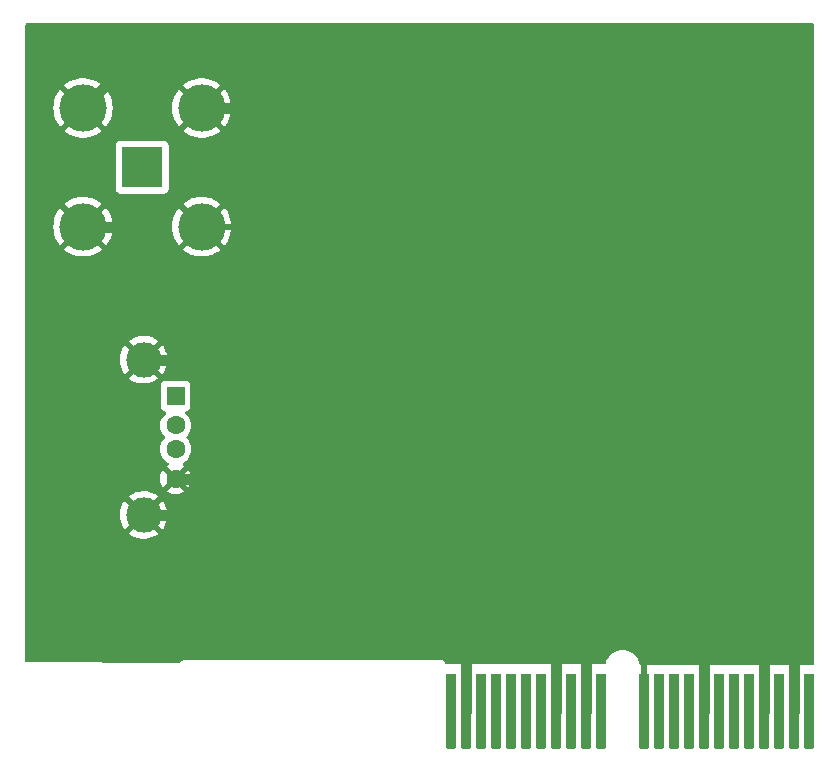
<source format=gbr>
%TF.GenerationSoftware,KiCad,Pcbnew,(6.0.1)*%
%TF.CreationDate,2022-07-03T15:54:48+02:00*%
%TF.ProjectId,amr_audio_card,616d725f-6175-4646-996f-5f636172642e,rev?*%
%TF.SameCoordinates,Original*%
%TF.FileFunction,Copper,L2,Bot*%
%TF.FilePolarity,Positive*%
%FSLAX46Y46*%
G04 Gerber Fmt 4.6, Leading zero omitted, Abs format (unit mm)*
G04 Created by KiCad (PCBNEW (6.0.1)) date 2022-07-03 15:54:48*
%MOMM*%
%LPD*%
G01*
G04 APERTURE LIST*
G04 Aperture macros list*
%AMOutline5P*
0 Free polygon, 5 corners , with rotation*
0 The origin of the aperture is its center*
0 number of corners: always 5*
0 $1 to $10 corner X, Y*
0 $11 Rotation angle, in degrees counterclockwise*
0 create outline with 5 corners*
4,1,5,$1,$2,$3,$4,$5,$6,$7,$8,$9,$10,$1,$2,$11*%
%AMOutline6P*
0 Free polygon, 6 corners , with rotation*
0 The origin of the aperture is its center*
0 number of corners: always 6*
0 $1 to $12 corner X, Y*
0 $13 Rotation angle, in degrees counterclockwise*
0 create outline with 6 corners*
4,1,6,$1,$2,$3,$4,$5,$6,$7,$8,$9,$10,$11,$12,$1,$2,$13*%
%AMOutline7P*
0 Free polygon, 7 corners , with rotation*
0 The origin of the aperture is its center*
0 number of corners: always 7*
0 $1 to $14 corner X, Y*
0 $15 Rotation angle, in degrees counterclockwise*
0 create outline with 7 corners*
4,1,7,$1,$2,$3,$4,$5,$6,$7,$8,$9,$10,$11,$12,$13,$14,$1,$2,$15*%
%AMOutline8P*
0 Free polygon, 8 corners , with rotation*
0 The origin of the aperture is its center*
0 number of corners: always 8*
0 $1 to $16 corner X, Y*
0 $17 Rotation angle, in degrees counterclockwise*
0 create outline with 8 corners*
4,1,8,$1,$2,$3,$4,$5,$6,$7,$8,$9,$10,$11,$12,$13,$14,$15,$16,$1,$2,$17*%
G04 Aperture macros list end*
%TA.AperFunction,ComponentPad*%
%ADD10R,1.500000X1.600000*%
%TD*%
%TA.AperFunction,ComponentPad*%
%ADD11C,1.600000*%
%TD*%
%TA.AperFunction,ComponentPad*%
%ADD12C,3.000000*%
%TD*%
%TA.AperFunction,ConnectorPad*%
%ADD13Outline6P,-0.457200X3.175000X0.457200X3.175000X0.457200X-2.992120X0.274320X-3.175000X-0.274320X-3.175000X-0.457200X-2.992120X0.000000*%
%TD*%
%TA.AperFunction,ComponentPad*%
%ADD14R,3.500000X3.500000*%
%TD*%
%TA.AperFunction,ComponentPad*%
%ADD15C,4.000000*%
%TD*%
%TA.AperFunction,Conductor*%
%ADD16C,0.900000*%
%TD*%
%TA.AperFunction,Conductor*%
%ADD17C,0.250000*%
%TD*%
%TA.AperFunction,Conductor*%
%ADD18C,0.500000*%
%TD*%
G04 APERTURE END LIST*
D10*
%TO.P,J2,1,VBUS*%
%TO.N,Net-(J2-Pad1)*%
X106960000Y-131120000D03*
D11*
%TO.P,J2,2,D-*%
%TO.N,Net-(J2-Pad2)*%
X106960000Y-133620000D03*
%TO.P,J2,3,D+*%
%TO.N,Net-(J2-Pad3)*%
X106960000Y-135620000D03*
%TO.P,J2,4,GND*%
%TO.N,GND*%
X106960000Y-138120000D03*
D12*
%TO.P,J2,5,Shield*%
X104250000Y-128050000D03*
X104250000Y-141190000D03*
%TD*%
D13*
%TO.P,U1,B1,AUDIO_MUTE#*%
%TO.N,unconnected-(U1-PadB1)*%
X130250000Y-157895000D03*
%TO.P,U1,B2,GND*%
%TO.N,GND*%
X131520000Y-157895000D03*
%TO.P,U1,B3,MONO_OUT/PC_BEEP*%
%TO.N,unconnected-(U1-PadB3)*%
X132790000Y-157895000D03*
%TO.P,U1,B4,RESERVED*%
%TO.N,unconnected-(U1-PadB4)*%
X134060000Y-157895000D03*
%TO.P,U1,B5,RESERVED*%
%TO.N,unconnected-(U1-PadB5)*%
X135330000Y-157895000D03*
%TO.P,U1,B6,PRIMARY_DN#*%
%TO.N,unconnected-(U1-PadB6)*%
X136600000Y-157895000D03*
%TO.P,U1,B7,-12V*%
%TO.N,unconnected-(U1-PadB7)*%
X137870000Y-157895000D03*
%TO.P,U1,B8,GND*%
%TO.N,GND*%
X139140000Y-157895000D03*
%TO.P,U1,B9,+12V*%
%TO.N,unconnected-(U1-PadB9)*%
X140410000Y-157895000D03*
%TO.P,U1,B10,GND*%
%TO.N,GND*%
X141680000Y-157895000D03*
%TO.P,U1,B11,+5VD*%
%TO.N,unconnected-(U1-PadB11)*%
X142950000Y-157895000D03*
%TO.P,U1,B12,GND*%
%TO.N,GND*%
X146633000Y-157895000D03*
%TO.P,U1,B13,RESERVED*%
%TO.N,unconnected-(U1-PadB13)*%
X147903000Y-157895000D03*
%TO.P,U1,B14,RESERVED*%
%TO.N,unconnected-(U1-PadB14)*%
X149173000Y-157895000D03*
%TO.P,U1,B15,+3.3VD*%
%TO.N,unconnected-(U1-PadB15)*%
X150443000Y-157895000D03*
%TO.P,U1,B16,GND*%
%TO.N,GND*%
X151713000Y-157895000D03*
%TO.P,U1,B17,AC97_SDATA_OUT*%
%TO.N,unconnected-(U1-PadB17)*%
X152983000Y-157895000D03*
%TO.P,U1,B18,AC97_RESET#*%
%TO.N,unconnected-(U1-PadB18)*%
X154253000Y-157895000D03*
%TO.P,U1,B19,AC97_SDATA_IN3*%
%TO.N,unconnected-(U1-PadB19)*%
X155523000Y-157895000D03*
%TO.P,U1,B20,GND*%
%TO.N,GND*%
X156793000Y-157895000D03*
%TO.P,U1,B21,AC97_SDATA_IN2*%
%TO.N,unconnected-(U1-PadB21)*%
X158063000Y-157895000D03*
%TO.P,U1,B22,GND*%
%TO.N,GND*%
X159333000Y-157895000D03*
%TO.P,U1,B23,AC97_MSTRCLK*%
%TO.N,unconnected-(U1-PadB23)*%
X160603000Y-157895000D03*
%TD*%
D14*
%TO.P,J1,1,In*%
%TO.N,Net-(J1-Pad1)*%
X104140000Y-111760000D03*
D15*
%TO.P,J1,2,Ext*%
%TO.N,GND*%
X99115000Y-106735000D03*
X109165000Y-116785000D03*
X109165000Y-106735000D03*
X99115000Y-116785000D03*
%TD*%
D16*
%TO.N,GND*%
X146633000Y-142569000D02*
X142184000Y-138120000D01*
X131520000Y-157895000D02*
X131520000Y-148284000D01*
X124426000Y-141190000D02*
X104250000Y-141190000D01*
D17*
X146050000Y-106680000D02*
X145995000Y-106735000D01*
D16*
X107442000Y-113792000D02*
X131064000Y-113792000D01*
X159333000Y-111835000D02*
X159333000Y-157895000D01*
X145995000Y-106735000D02*
X109165000Y-106735000D01*
X156793000Y-157895000D02*
X156793000Y-117423000D01*
X131064000Y-113792000D02*
X151713000Y-134441000D01*
X141680000Y-157895000D02*
X141680000Y-135076000D01*
D18*
X123389000Y-116785000D02*
X109165000Y-116785000D01*
D16*
X99115000Y-106735000D02*
X104504000Y-101346000D01*
X99115000Y-116785000D02*
X104449000Y-116785000D01*
X104449000Y-116785000D02*
X107442000Y-113792000D01*
X139140000Y-140664000D02*
X139140000Y-157895000D01*
X141680000Y-135076000D02*
X123389000Y-116785000D01*
X148844000Y-101346000D02*
X159333000Y-111835000D01*
X156793000Y-117423000D02*
X146050000Y-106680000D01*
D18*
X146633000Y-157895000D02*
X146633000Y-142569000D01*
D16*
X142184000Y-138120000D02*
X106960000Y-138120000D01*
X151713000Y-134441000D02*
X151713000Y-157895000D01*
X131520000Y-148284000D02*
X124426000Y-141190000D01*
X126526000Y-128050000D02*
X139140000Y-140664000D01*
X104250000Y-128050000D02*
X126526000Y-128050000D01*
X104504000Y-101346000D02*
X148844000Y-101346000D01*
%TD*%
%TA.AperFunction,Conductor*%
%TO.N,GND*%
G36*
X160978121Y-99588002D02*
G01*
X161024614Y-99641658D01*
X161036000Y-99694000D01*
X161036000Y-153797520D01*
X161015998Y-153865641D01*
X160962342Y-153912134D01*
X160909521Y-153923519D01*
X158345818Y-153913771D01*
X146352994Y-153868172D01*
X146284952Y-153847911D01*
X146238663Y-153794079D01*
X146230956Y-153771587D01*
X146224028Y-153742727D01*
X146197513Y-153632285D01*
X146192187Y-153619427D01*
X146111434Y-153424471D01*
X146111432Y-153424467D01*
X146109539Y-153419897D01*
X145989423Y-153223885D01*
X145986211Y-153220125D01*
X145986208Y-153220120D01*
X145843336Y-153052839D01*
X145840123Y-153049077D01*
X145824032Y-153035334D01*
X145669080Y-152902992D01*
X145669075Y-152902989D01*
X145665315Y-152899777D01*
X145469303Y-152779661D01*
X145464733Y-152777768D01*
X145464729Y-152777766D01*
X145261488Y-152693581D01*
X145261486Y-152693580D01*
X145256915Y-152691687D01*
X145179499Y-152673101D01*
X145038192Y-152639176D01*
X145038186Y-152639175D01*
X145033379Y-152638021D01*
X144804200Y-152619984D01*
X144575021Y-152638021D01*
X144570214Y-152639175D01*
X144570208Y-152639176D01*
X144428901Y-152673101D01*
X144351485Y-152691687D01*
X144346914Y-152693580D01*
X144346912Y-152693581D01*
X144143671Y-152777766D01*
X144143667Y-152777768D01*
X144139097Y-152779661D01*
X143943085Y-152899777D01*
X143939325Y-152902989D01*
X143939320Y-152902992D01*
X143784368Y-153035334D01*
X143768277Y-153049077D01*
X143765064Y-153052839D01*
X143622192Y-153220120D01*
X143622189Y-153220125D01*
X143618977Y-153223885D01*
X143498861Y-153419897D01*
X143496968Y-153424467D01*
X143496966Y-153424471D01*
X143416213Y-153619427D01*
X143410887Y-153632285D01*
X143400706Y-153674693D01*
X143380270Y-153759815D01*
X143344918Y-153821384D01*
X143281891Y-153854067D01*
X143257273Y-153856400D01*
X129883730Y-153805550D01*
X129815686Y-153785289D01*
X129777647Y-153746785D01*
X129762931Y-153723461D01*
X129754796Y-153708386D01*
X129742567Y-153681490D01*
X129725826Y-153662061D01*
X129714721Y-153647053D01*
X129705830Y-153632961D01*
X129701040Y-153625369D01*
X129678903Y-153605818D01*
X129666859Y-153593626D01*
X129653439Y-153578051D01*
X129653437Y-153578050D01*
X129647581Y-153571253D01*
X129640053Y-153566374D01*
X129640050Y-153566371D01*
X129626061Y-153557304D01*
X129611187Y-153546014D01*
X129598702Y-153534988D01*
X129591972Y-153529044D01*
X129583846Y-153525229D01*
X129583845Y-153525228D01*
X129578179Y-153522568D01*
X129565234Y-153516490D01*
X129550265Y-153508176D01*
X129525473Y-153492107D01*
X129500909Y-153484761D01*
X129483464Y-153478099D01*
X129479027Y-153476016D01*
X129460252Y-153467201D01*
X129431070Y-153462657D01*
X129414351Y-153458874D01*
X129394664Y-153452986D01*
X129394661Y-153452985D01*
X129386059Y-153450413D01*
X129377084Y-153450358D01*
X129377083Y-153450358D01*
X129370390Y-153450317D01*
X129351644Y-153450203D01*
X129350872Y-153450170D01*
X129349777Y-153450000D01*
X129318902Y-153450000D01*
X129318132Y-153449998D01*
X129244484Y-153449548D01*
X129244483Y-153449548D01*
X129240548Y-153449524D01*
X129239204Y-153449908D01*
X129237859Y-153450000D01*
X107805102Y-153450000D01*
X107804332Y-153449998D01*
X107803478Y-153449993D01*
X107726748Y-153449524D01*
X107718119Y-153451990D01*
X107718114Y-153451991D01*
X107698352Y-153457639D01*
X107681591Y-153461217D01*
X107661248Y-153464130D01*
X107661238Y-153464133D01*
X107652355Y-153465405D01*
X107629005Y-153476021D01*
X107611493Y-153482464D01*
X107603457Y-153484761D01*
X107586835Y-153489512D01*
X107561852Y-153505274D01*
X107546786Y-153513404D01*
X107519890Y-153525633D01*
X107500461Y-153542374D01*
X107485453Y-153553479D01*
X107463769Y-153567160D01*
X107457827Y-153573888D01*
X107444219Y-153589296D01*
X107432027Y-153601340D01*
X107409653Y-153620619D01*
X107404774Y-153628147D01*
X107404771Y-153628150D01*
X107395704Y-153642139D01*
X107384414Y-153657013D01*
X107367445Y-153676227D01*
X107364752Y-153673849D01*
X107323695Y-153708709D01*
X107272028Y-153719574D01*
X94359521Y-153670477D01*
X94291477Y-153650216D01*
X94245188Y-153596384D01*
X94234000Y-153544478D01*
X94234000Y-142779654D01*
X103025618Y-142779654D01*
X103032673Y-142789627D01*
X103063679Y-142815551D01*
X103070598Y-142820579D01*
X103295272Y-142961515D01*
X103302807Y-142965556D01*
X103544520Y-143074694D01*
X103552551Y-143077680D01*
X103806832Y-143153002D01*
X103815184Y-143154869D01*
X104077340Y-143194984D01*
X104085874Y-143195700D01*
X104351045Y-143199867D01*
X104359596Y-143199418D01*
X104622883Y-143167557D01*
X104631284Y-143165955D01*
X104887824Y-143098653D01*
X104895926Y-143095926D01*
X105140949Y-142994434D01*
X105148617Y-142990628D01*
X105377598Y-142856822D01*
X105384679Y-142852009D01*
X105464655Y-142789301D01*
X105473125Y-142777442D01*
X105466608Y-142765818D01*
X104262812Y-141562022D01*
X104248868Y-141554408D01*
X104247035Y-141554539D01*
X104240420Y-141558790D01*
X103032910Y-142766300D01*
X103025618Y-142779654D01*
X94234000Y-142779654D01*
X94234000Y-141173204D01*
X102237665Y-141173204D01*
X102252932Y-141437969D01*
X102254005Y-141446470D01*
X102305065Y-141706722D01*
X102307276Y-141714974D01*
X102393184Y-141965894D01*
X102396499Y-141973779D01*
X102515664Y-142210713D01*
X102520020Y-142218079D01*
X102649347Y-142406250D01*
X102659601Y-142414594D01*
X102673342Y-142407448D01*
X103877978Y-141202812D01*
X103884356Y-141191132D01*
X104614408Y-141191132D01*
X104614539Y-141192965D01*
X104618790Y-141199580D01*
X105825730Y-142406520D01*
X105837939Y-142413187D01*
X105849439Y-142404497D01*
X105946831Y-142271913D01*
X105951418Y-142264685D01*
X106077962Y-142031621D01*
X106081530Y-142023827D01*
X106175271Y-141775750D01*
X106177748Y-141767544D01*
X106236954Y-141509038D01*
X106238294Y-141500577D01*
X106262031Y-141234616D01*
X106262277Y-141229677D01*
X106262666Y-141192485D01*
X106262523Y-141187519D01*
X106244362Y-140921123D01*
X106243201Y-140912649D01*
X106189419Y-140652944D01*
X106187120Y-140644709D01*
X106098588Y-140394705D01*
X106095191Y-140386854D01*
X105973550Y-140151178D01*
X105969122Y-140143866D01*
X105850031Y-139974417D01*
X105839509Y-139966037D01*
X105826121Y-139973089D01*
X104622022Y-141177188D01*
X104614408Y-141191132D01*
X103884356Y-141191132D01*
X103885592Y-141188868D01*
X103885461Y-141187035D01*
X103881210Y-141180420D01*
X102673814Y-139973024D01*
X102661804Y-139966466D01*
X102650064Y-139975434D01*
X102541935Y-140125911D01*
X102537418Y-140133196D01*
X102413325Y-140367567D01*
X102409839Y-140375395D01*
X102318700Y-140624446D01*
X102316311Y-140632670D01*
X102259812Y-140891795D01*
X102258563Y-140900250D01*
X102237754Y-141164653D01*
X102237665Y-141173204D01*
X94234000Y-141173204D01*
X94234000Y-139602500D01*
X103026584Y-139602500D01*
X103032980Y-139613770D01*
X104237188Y-140817978D01*
X104251132Y-140825592D01*
X104252965Y-140825461D01*
X104259580Y-140821210D01*
X105466604Y-139614186D01*
X105473795Y-139601017D01*
X105466473Y-139590780D01*
X105419233Y-139552115D01*
X105412261Y-139547160D01*
X105186122Y-139408582D01*
X105178552Y-139404624D01*
X104935704Y-139298022D01*
X104927644Y-139295120D01*
X104672592Y-139222467D01*
X104664214Y-139220685D01*
X104561466Y-139206062D01*
X106238493Y-139206062D01*
X106247789Y-139218077D01*
X106298994Y-139253931D01*
X106308489Y-139259414D01*
X106505947Y-139351490D01*
X106516239Y-139355236D01*
X106726688Y-139411625D01*
X106737481Y-139413528D01*
X106954525Y-139432517D01*
X106965475Y-139432517D01*
X107182519Y-139413528D01*
X107193312Y-139411625D01*
X107403761Y-139355236D01*
X107414053Y-139351490D01*
X107611511Y-139259414D01*
X107621006Y-139253931D01*
X107673048Y-139217491D01*
X107681424Y-139207012D01*
X107674356Y-139193566D01*
X106972812Y-138492022D01*
X106958868Y-138484408D01*
X106957035Y-138484539D01*
X106950420Y-138488790D01*
X106244923Y-139194287D01*
X106238493Y-139206062D01*
X104561466Y-139206062D01*
X104401656Y-139183318D01*
X104393111Y-139182691D01*
X104127908Y-139181302D01*
X104119374Y-139181839D01*
X103856433Y-139216456D01*
X103848035Y-139218149D01*
X103592238Y-139288127D01*
X103584143Y-139290946D01*
X103340199Y-139394997D01*
X103332577Y-139398881D01*
X103105013Y-139535075D01*
X103097981Y-139539962D01*
X103035053Y-139590377D01*
X103026584Y-139602500D01*
X94234000Y-139602500D01*
X94234000Y-138125475D01*
X105647483Y-138125475D01*
X105666472Y-138342519D01*
X105668375Y-138353312D01*
X105724764Y-138563761D01*
X105728510Y-138574053D01*
X105820586Y-138771511D01*
X105826069Y-138781006D01*
X105862509Y-138833048D01*
X105872988Y-138841424D01*
X105886434Y-138834356D01*
X106587978Y-138132812D01*
X106594356Y-138121132D01*
X107324408Y-138121132D01*
X107324539Y-138122965D01*
X107328790Y-138129580D01*
X108034287Y-138835077D01*
X108046062Y-138841507D01*
X108058077Y-138832211D01*
X108093931Y-138781006D01*
X108099414Y-138771511D01*
X108191490Y-138574053D01*
X108195236Y-138563761D01*
X108251625Y-138353312D01*
X108253528Y-138342519D01*
X108272517Y-138125475D01*
X108272517Y-138114525D01*
X108253528Y-137897481D01*
X108251625Y-137886688D01*
X108195236Y-137676239D01*
X108191490Y-137665947D01*
X108099414Y-137468489D01*
X108093931Y-137458994D01*
X108057491Y-137406952D01*
X108047012Y-137398576D01*
X108033566Y-137405644D01*
X107332022Y-138107188D01*
X107324408Y-138121132D01*
X106594356Y-138121132D01*
X106595592Y-138118868D01*
X106595461Y-138117035D01*
X106591210Y-138110420D01*
X105885713Y-137404923D01*
X105873938Y-137398493D01*
X105861923Y-137407789D01*
X105826069Y-137458994D01*
X105820586Y-137468489D01*
X105728510Y-137665947D01*
X105724764Y-137676239D01*
X105668375Y-137886688D01*
X105666472Y-137897481D01*
X105647483Y-138114525D01*
X105647483Y-138125475D01*
X94234000Y-138125475D01*
X94234000Y-135620000D01*
X105646502Y-135620000D01*
X105666457Y-135848087D01*
X105725716Y-136069243D01*
X105728039Y-136074224D01*
X105728039Y-136074225D01*
X105820151Y-136271762D01*
X105820154Y-136271767D01*
X105822477Y-136276749D01*
X105953802Y-136464300D01*
X106115700Y-136626198D01*
X106120208Y-136629355D01*
X106120211Y-136629357D01*
X106223876Y-136701944D01*
X106303251Y-136757523D01*
X106308235Y-136759847D01*
X106310528Y-136761171D01*
X106359521Y-136812553D01*
X106372957Y-136882267D01*
X106346571Y-136948178D01*
X106310528Y-136979409D01*
X106298998Y-136986066D01*
X106246952Y-137022509D01*
X106238576Y-137032988D01*
X106245644Y-137046434D01*
X106947188Y-137747978D01*
X106961132Y-137755592D01*
X106962965Y-137755461D01*
X106969580Y-137751210D01*
X107675077Y-137045713D01*
X107681507Y-137033938D01*
X107672211Y-137021923D01*
X107621002Y-136986066D01*
X107609472Y-136979409D01*
X107560479Y-136928027D01*
X107547042Y-136858313D01*
X107573429Y-136792402D01*
X107609472Y-136761171D01*
X107611765Y-136759847D01*
X107616749Y-136757523D01*
X107696124Y-136701944D01*
X107799789Y-136629357D01*
X107799792Y-136629355D01*
X107804300Y-136626198D01*
X107966198Y-136464300D01*
X108097523Y-136276749D01*
X108099846Y-136271767D01*
X108099849Y-136271762D01*
X108191961Y-136074225D01*
X108191961Y-136074224D01*
X108194284Y-136069243D01*
X108253543Y-135848087D01*
X108273498Y-135620000D01*
X108253543Y-135391913D01*
X108194284Y-135170757D01*
X108191961Y-135165775D01*
X108099849Y-134968238D01*
X108099846Y-134968233D01*
X108097523Y-134963251D01*
X107966198Y-134775700D01*
X107899593Y-134709095D01*
X107865567Y-134646783D01*
X107870632Y-134575968D01*
X107899593Y-134530905D01*
X107966198Y-134464300D01*
X108097523Y-134276749D01*
X108099846Y-134271767D01*
X108099849Y-134271762D01*
X108191961Y-134074225D01*
X108191961Y-134074224D01*
X108194284Y-134069243D01*
X108253543Y-133848087D01*
X108273498Y-133620000D01*
X108253543Y-133391913D01*
X108194284Y-133170757D01*
X108191961Y-133165775D01*
X108099849Y-132968238D01*
X108099846Y-132968233D01*
X108097523Y-132963251D01*
X107966198Y-132775700D01*
X107807358Y-132616860D01*
X107773332Y-132554548D01*
X107778397Y-132483733D01*
X107820944Y-132426897D01*
X107852223Y-132409784D01*
X107898638Y-132392383D01*
X107948295Y-132373768D01*
X107948296Y-132373767D01*
X107956705Y-132370615D01*
X108073261Y-132283261D01*
X108160615Y-132166705D01*
X108211745Y-132030316D01*
X108218500Y-131968134D01*
X108218500Y-130271866D01*
X108211745Y-130209684D01*
X108160615Y-130073295D01*
X108073261Y-129956739D01*
X107956705Y-129869385D01*
X107820316Y-129818255D01*
X107758134Y-129811500D01*
X106161866Y-129811500D01*
X106099684Y-129818255D01*
X105963295Y-129869385D01*
X105846739Y-129956739D01*
X105759385Y-130073295D01*
X105708255Y-130209684D01*
X105701500Y-130271866D01*
X105701500Y-131968134D01*
X105708255Y-132030316D01*
X105759385Y-132166705D01*
X105846739Y-132283261D01*
X105963295Y-132370615D01*
X105971704Y-132373767D01*
X105971705Y-132373768D01*
X106021362Y-132392383D01*
X106067777Y-132409783D01*
X106124541Y-132452424D01*
X106149241Y-132518985D01*
X106134034Y-132588334D01*
X106112642Y-132616860D01*
X105953802Y-132775700D01*
X105822477Y-132963251D01*
X105820154Y-132968233D01*
X105820151Y-132968238D01*
X105728039Y-133165775D01*
X105725716Y-133170757D01*
X105666457Y-133391913D01*
X105646502Y-133620000D01*
X105666457Y-133848087D01*
X105725716Y-134069243D01*
X105728039Y-134074224D01*
X105728039Y-134074225D01*
X105820151Y-134271762D01*
X105820154Y-134271767D01*
X105822477Y-134276749D01*
X105953802Y-134464300D01*
X106020407Y-134530905D01*
X106054433Y-134593217D01*
X106049368Y-134664032D01*
X106020407Y-134709095D01*
X105953802Y-134775700D01*
X105822477Y-134963251D01*
X105820154Y-134968233D01*
X105820151Y-134968238D01*
X105728039Y-135165775D01*
X105725716Y-135170757D01*
X105666457Y-135391913D01*
X105646502Y-135620000D01*
X94234000Y-135620000D01*
X94234000Y-129639654D01*
X103025618Y-129639654D01*
X103032673Y-129649627D01*
X103063679Y-129675551D01*
X103070598Y-129680579D01*
X103295272Y-129821515D01*
X103302807Y-129825556D01*
X103544520Y-129934694D01*
X103552551Y-129937680D01*
X103806832Y-130013002D01*
X103815184Y-130014869D01*
X104077340Y-130054984D01*
X104085874Y-130055700D01*
X104351045Y-130059867D01*
X104359596Y-130059418D01*
X104622883Y-130027557D01*
X104631284Y-130025955D01*
X104887824Y-129958653D01*
X104895926Y-129955926D01*
X105140949Y-129854434D01*
X105148617Y-129850628D01*
X105377598Y-129716822D01*
X105384679Y-129712009D01*
X105464655Y-129649301D01*
X105473125Y-129637442D01*
X105466608Y-129625818D01*
X104262812Y-128422022D01*
X104248868Y-128414408D01*
X104247035Y-128414539D01*
X104240420Y-128418790D01*
X103032910Y-129626300D01*
X103025618Y-129639654D01*
X94234000Y-129639654D01*
X94234000Y-128033204D01*
X102237665Y-128033204D01*
X102252932Y-128297969D01*
X102254005Y-128306470D01*
X102305065Y-128566722D01*
X102307276Y-128574974D01*
X102393184Y-128825894D01*
X102396499Y-128833779D01*
X102515664Y-129070713D01*
X102520020Y-129078079D01*
X102649347Y-129266250D01*
X102659601Y-129274594D01*
X102673342Y-129267448D01*
X103877978Y-128062812D01*
X103884356Y-128051132D01*
X104614408Y-128051132D01*
X104614539Y-128052965D01*
X104618790Y-128059580D01*
X105825730Y-129266520D01*
X105837939Y-129273187D01*
X105849439Y-129264497D01*
X105946831Y-129131913D01*
X105951418Y-129124685D01*
X106077962Y-128891621D01*
X106081530Y-128883827D01*
X106175271Y-128635750D01*
X106177748Y-128627544D01*
X106236954Y-128369038D01*
X106238294Y-128360577D01*
X106262031Y-128094616D01*
X106262277Y-128089677D01*
X106262666Y-128052485D01*
X106262523Y-128047519D01*
X106244362Y-127781123D01*
X106243201Y-127772649D01*
X106189419Y-127512944D01*
X106187120Y-127504709D01*
X106098588Y-127254705D01*
X106095191Y-127246854D01*
X105973550Y-127011178D01*
X105969122Y-127003866D01*
X105850031Y-126834417D01*
X105839509Y-126826037D01*
X105826121Y-126833089D01*
X104622022Y-128037188D01*
X104614408Y-128051132D01*
X103884356Y-128051132D01*
X103885592Y-128048868D01*
X103885461Y-128047035D01*
X103881210Y-128040420D01*
X102673814Y-126833024D01*
X102661804Y-126826466D01*
X102650064Y-126835434D01*
X102541935Y-126985911D01*
X102537418Y-126993196D01*
X102413325Y-127227567D01*
X102409839Y-127235395D01*
X102318700Y-127484446D01*
X102316311Y-127492670D01*
X102259812Y-127751795D01*
X102258563Y-127760250D01*
X102237754Y-128024653D01*
X102237665Y-128033204D01*
X94234000Y-128033204D01*
X94234000Y-126462500D01*
X103026584Y-126462500D01*
X103032980Y-126473770D01*
X104237188Y-127677978D01*
X104251132Y-127685592D01*
X104252965Y-127685461D01*
X104259580Y-127681210D01*
X105466604Y-126474186D01*
X105473795Y-126461017D01*
X105466473Y-126450780D01*
X105419233Y-126412115D01*
X105412261Y-126407160D01*
X105186122Y-126268582D01*
X105178552Y-126264624D01*
X104935704Y-126158022D01*
X104927644Y-126155120D01*
X104672592Y-126082467D01*
X104664214Y-126080685D01*
X104401656Y-126043318D01*
X104393111Y-126042691D01*
X104127908Y-126041302D01*
X104119374Y-126041839D01*
X103856433Y-126076456D01*
X103848035Y-126078149D01*
X103592238Y-126148127D01*
X103584143Y-126150946D01*
X103340199Y-126254997D01*
X103332577Y-126258881D01*
X103105013Y-126395075D01*
X103097981Y-126399962D01*
X103035053Y-126450377D01*
X103026584Y-126462500D01*
X94234000Y-126462500D01*
X94234000Y-118730987D01*
X97533721Y-118730987D01*
X97542548Y-118742605D01*
X97765281Y-118904430D01*
X97771961Y-118908670D01*
X98041572Y-119056890D01*
X98048707Y-119060247D01*
X98334770Y-119173508D01*
X98342296Y-119175953D01*
X98640279Y-119252462D01*
X98648050Y-119253945D01*
X98953278Y-119292503D01*
X98961169Y-119293000D01*
X99268831Y-119293000D01*
X99276722Y-119292503D01*
X99581950Y-119253945D01*
X99589721Y-119252462D01*
X99887704Y-119175953D01*
X99895230Y-119173508D01*
X100181293Y-119060247D01*
X100188428Y-119056890D01*
X100458039Y-118908670D01*
X100464719Y-118904430D01*
X100687823Y-118742336D01*
X100696246Y-118731413D01*
X100696017Y-118730987D01*
X107583721Y-118730987D01*
X107592548Y-118742605D01*
X107815281Y-118904430D01*
X107821961Y-118908670D01*
X108091572Y-119056890D01*
X108098707Y-119060247D01*
X108384770Y-119173508D01*
X108392296Y-119175953D01*
X108690279Y-119252462D01*
X108698050Y-119253945D01*
X109003278Y-119292503D01*
X109011169Y-119293000D01*
X109318831Y-119293000D01*
X109326722Y-119292503D01*
X109631950Y-119253945D01*
X109639721Y-119252462D01*
X109937704Y-119175953D01*
X109945230Y-119173508D01*
X110231293Y-119060247D01*
X110238428Y-119056890D01*
X110508039Y-118908670D01*
X110514719Y-118904430D01*
X110737823Y-118742336D01*
X110746246Y-118731413D01*
X110739342Y-118718552D01*
X109177812Y-117157022D01*
X109163868Y-117149408D01*
X109162035Y-117149539D01*
X109155420Y-117153790D01*
X107590334Y-118718876D01*
X107583721Y-118730987D01*
X100696017Y-118730987D01*
X100689342Y-118718552D01*
X99127812Y-117157022D01*
X99113868Y-117149408D01*
X99112035Y-117149539D01*
X99105420Y-117153790D01*
X97540334Y-118718876D01*
X97533721Y-118730987D01*
X94234000Y-118730987D01*
X94234000Y-116788958D01*
X96602290Y-116788958D01*
X96621607Y-117095994D01*
X96622600Y-117103855D01*
X96680246Y-117406046D01*
X96682217Y-117413723D01*
X96777284Y-117706309D01*
X96780199Y-117713672D01*
X96911189Y-117992041D01*
X96915001Y-117998974D01*
X97079851Y-118258736D01*
X97084495Y-118265129D01*
X97159497Y-118355790D01*
X97172014Y-118364245D01*
X97182752Y-118358038D01*
X98742978Y-116797812D01*
X98749356Y-116786132D01*
X99479408Y-116786132D01*
X99479539Y-116787965D01*
X99483790Y-116794580D01*
X101046145Y-118356935D01*
X101059407Y-118364177D01*
X101069512Y-118356988D01*
X101145505Y-118265129D01*
X101150149Y-118258736D01*
X101314999Y-117998974D01*
X101318811Y-117992041D01*
X101449801Y-117713672D01*
X101452716Y-117706309D01*
X101547783Y-117413723D01*
X101549754Y-117406046D01*
X101607400Y-117103855D01*
X101608393Y-117095994D01*
X101627710Y-116788958D01*
X106652290Y-116788958D01*
X106671607Y-117095994D01*
X106672600Y-117103855D01*
X106730246Y-117406046D01*
X106732217Y-117413723D01*
X106827284Y-117706309D01*
X106830199Y-117713672D01*
X106961189Y-117992041D01*
X106965001Y-117998974D01*
X107129851Y-118258736D01*
X107134495Y-118265129D01*
X107209497Y-118355790D01*
X107222014Y-118364245D01*
X107232752Y-118358038D01*
X108792978Y-116797812D01*
X108799356Y-116786132D01*
X109529408Y-116786132D01*
X109529539Y-116787965D01*
X109533790Y-116794580D01*
X111096145Y-118356935D01*
X111109407Y-118364177D01*
X111119512Y-118356988D01*
X111195505Y-118265129D01*
X111200149Y-118258736D01*
X111364999Y-117998974D01*
X111368811Y-117992041D01*
X111499801Y-117713672D01*
X111502716Y-117706309D01*
X111597783Y-117413723D01*
X111599754Y-117406046D01*
X111657400Y-117103855D01*
X111658393Y-117095994D01*
X111677710Y-116788958D01*
X111677710Y-116781042D01*
X111658393Y-116474006D01*
X111657400Y-116466145D01*
X111599754Y-116163954D01*
X111597783Y-116156277D01*
X111502716Y-115863691D01*
X111499801Y-115856328D01*
X111368811Y-115577959D01*
X111364999Y-115571026D01*
X111200149Y-115311264D01*
X111195505Y-115304871D01*
X111120503Y-115214210D01*
X111107986Y-115205755D01*
X111097248Y-115211962D01*
X109537022Y-116772188D01*
X109529408Y-116786132D01*
X108799356Y-116786132D01*
X108800592Y-116783868D01*
X108800461Y-116782035D01*
X108796210Y-116775420D01*
X107233855Y-115213065D01*
X107220593Y-115205823D01*
X107210488Y-115213012D01*
X107134495Y-115304871D01*
X107129851Y-115311264D01*
X106965001Y-115571026D01*
X106961189Y-115577959D01*
X106830199Y-115856328D01*
X106827284Y-115863691D01*
X106732217Y-116156277D01*
X106730246Y-116163954D01*
X106672600Y-116466145D01*
X106671607Y-116474006D01*
X106652290Y-116781042D01*
X106652290Y-116788958D01*
X101627710Y-116788958D01*
X101627710Y-116781042D01*
X101608393Y-116474006D01*
X101607400Y-116466145D01*
X101549754Y-116163954D01*
X101547783Y-116156277D01*
X101452716Y-115863691D01*
X101449801Y-115856328D01*
X101318811Y-115577959D01*
X101314999Y-115571026D01*
X101150149Y-115311264D01*
X101145505Y-115304871D01*
X101070503Y-115214210D01*
X101057986Y-115205755D01*
X101047248Y-115211962D01*
X99487022Y-116772188D01*
X99479408Y-116786132D01*
X98749356Y-116786132D01*
X98750592Y-116783868D01*
X98750461Y-116782035D01*
X98746210Y-116775420D01*
X97183855Y-115213065D01*
X97170593Y-115205823D01*
X97160488Y-115213012D01*
X97084495Y-115304871D01*
X97079851Y-115311264D01*
X96915001Y-115571026D01*
X96911189Y-115577959D01*
X96780199Y-115856328D01*
X96777284Y-115863691D01*
X96682217Y-116156277D01*
X96680246Y-116163954D01*
X96622600Y-116466145D01*
X96621607Y-116474006D01*
X96602290Y-116781042D01*
X96602290Y-116788958D01*
X94234000Y-116788958D01*
X94234000Y-114838587D01*
X97533754Y-114838587D01*
X97540658Y-114851448D01*
X99102188Y-116412978D01*
X99116132Y-116420592D01*
X99117965Y-116420461D01*
X99124580Y-116416210D01*
X100689666Y-114851124D01*
X100696279Y-114839013D01*
X100695955Y-114838587D01*
X107583754Y-114838587D01*
X107590658Y-114851448D01*
X109152188Y-116412978D01*
X109166132Y-116420592D01*
X109167965Y-116420461D01*
X109174580Y-116416210D01*
X110739666Y-114851124D01*
X110746279Y-114839013D01*
X110737452Y-114827395D01*
X110514719Y-114665570D01*
X110508039Y-114661330D01*
X110238428Y-114513110D01*
X110231293Y-114509753D01*
X109945230Y-114396492D01*
X109937704Y-114394047D01*
X109639721Y-114317538D01*
X109631950Y-114316055D01*
X109326722Y-114277497D01*
X109318831Y-114277000D01*
X109011169Y-114277000D01*
X109003278Y-114277497D01*
X108698050Y-114316055D01*
X108690279Y-114317538D01*
X108392296Y-114394047D01*
X108384770Y-114396492D01*
X108098707Y-114509753D01*
X108091572Y-114513110D01*
X107821961Y-114661330D01*
X107815281Y-114665570D01*
X107592177Y-114827664D01*
X107583754Y-114838587D01*
X100695955Y-114838587D01*
X100687452Y-114827395D01*
X100464719Y-114665570D01*
X100458039Y-114661330D01*
X100188428Y-114513110D01*
X100181293Y-114509753D01*
X99895230Y-114396492D01*
X99887704Y-114394047D01*
X99589721Y-114317538D01*
X99581950Y-114316055D01*
X99276722Y-114277497D01*
X99268831Y-114277000D01*
X98961169Y-114277000D01*
X98953278Y-114277497D01*
X98648050Y-114316055D01*
X98640279Y-114317538D01*
X98342296Y-114394047D01*
X98334770Y-114396492D01*
X98048707Y-114509753D01*
X98041572Y-114513110D01*
X97771961Y-114661330D01*
X97765281Y-114665570D01*
X97542177Y-114827664D01*
X97533754Y-114838587D01*
X94234000Y-114838587D01*
X94234000Y-113558134D01*
X101881500Y-113558134D01*
X101888255Y-113620316D01*
X101939385Y-113756705D01*
X102026739Y-113873261D01*
X102143295Y-113960615D01*
X102279684Y-114011745D01*
X102341866Y-114018500D01*
X105938134Y-114018500D01*
X106000316Y-114011745D01*
X106136705Y-113960615D01*
X106253261Y-113873261D01*
X106340615Y-113756705D01*
X106391745Y-113620316D01*
X106398500Y-113558134D01*
X106398500Y-109961866D01*
X106391745Y-109899684D01*
X106340615Y-109763295D01*
X106253261Y-109646739D01*
X106136705Y-109559385D01*
X106000316Y-109508255D01*
X105938134Y-109501500D01*
X102341866Y-109501500D01*
X102279684Y-109508255D01*
X102143295Y-109559385D01*
X102026739Y-109646739D01*
X101939385Y-109763295D01*
X101888255Y-109899684D01*
X101881500Y-109961866D01*
X101881500Y-113558134D01*
X94234000Y-113558134D01*
X94234000Y-108680987D01*
X97533721Y-108680987D01*
X97542548Y-108692605D01*
X97765281Y-108854430D01*
X97771961Y-108858670D01*
X98041572Y-109006890D01*
X98048707Y-109010247D01*
X98334770Y-109123508D01*
X98342296Y-109125953D01*
X98640279Y-109202462D01*
X98648050Y-109203945D01*
X98953278Y-109242503D01*
X98961169Y-109243000D01*
X99268831Y-109243000D01*
X99276722Y-109242503D01*
X99581950Y-109203945D01*
X99589721Y-109202462D01*
X99887704Y-109125953D01*
X99895230Y-109123508D01*
X100181293Y-109010247D01*
X100188428Y-109006890D01*
X100458039Y-108858670D01*
X100464719Y-108854430D01*
X100687823Y-108692336D01*
X100696246Y-108681413D01*
X100696017Y-108680987D01*
X107583721Y-108680987D01*
X107592548Y-108692605D01*
X107815281Y-108854430D01*
X107821961Y-108858670D01*
X108091572Y-109006890D01*
X108098707Y-109010247D01*
X108384770Y-109123508D01*
X108392296Y-109125953D01*
X108690279Y-109202462D01*
X108698050Y-109203945D01*
X109003278Y-109242503D01*
X109011169Y-109243000D01*
X109318831Y-109243000D01*
X109326722Y-109242503D01*
X109631950Y-109203945D01*
X109639721Y-109202462D01*
X109937704Y-109125953D01*
X109945230Y-109123508D01*
X110231293Y-109010247D01*
X110238428Y-109006890D01*
X110508039Y-108858670D01*
X110514719Y-108854430D01*
X110737823Y-108692336D01*
X110746246Y-108681413D01*
X110739342Y-108668552D01*
X109177812Y-107107022D01*
X109163868Y-107099408D01*
X109162035Y-107099539D01*
X109155420Y-107103790D01*
X107590334Y-108668876D01*
X107583721Y-108680987D01*
X100696017Y-108680987D01*
X100689342Y-108668552D01*
X99127812Y-107107022D01*
X99113868Y-107099408D01*
X99112035Y-107099539D01*
X99105420Y-107103790D01*
X97540334Y-108668876D01*
X97533721Y-108680987D01*
X94234000Y-108680987D01*
X94234000Y-106738958D01*
X96602290Y-106738958D01*
X96621607Y-107045994D01*
X96622600Y-107053855D01*
X96680246Y-107356046D01*
X96682217Y-107363723D01*
X96777284Y-107656309D01*
X96780199Y-107663672D01*
X96911189Y-107942041D01*
X96915001Y-107948974D01*
X97079851Y-108208736D01*
X97084495Y-108215129D01*
X97159497Y-108305790D01*
X97172014Y-108314245D01*
X97182752Y-108308038D01*
X98742978Y-106747812D01*
X98749356Y-106736132D01*
X99479408Y-106736132D01*
X99479539Y-106737965D01*
X99483790Y-106744580D01*
X101046145Y-108306935D01*
X101059407Y-108314177D01*
X101069512Y-108306988D01*
X101145505Y-108215129D01*
X101150149Y-108208736D01*
X101314999Y-107948974D01*
X101318811Y-107942041D01*
X101449801Y-107663672D01*
X101452716Y-107656309D01*
X101547783Y-107363723D01*
X101549754Y-107356046D01*
X101607400Y-107053855D01*
X101608393Y-107045994D01*
X101627710Y-106738958D01*
X106652290Y-106738958D01*
X106671607Y-107045994D01*
X106672600Y-107053855D01*
X106730246Y-107356046D01*
X106732217Y-107363723D01*
X106827284Y-107656309D01*
X106830199Y-107663672D01*
X106961189Y-107942041D01*
X106965001Y-107948974D01*
X107129851Y-108208736D01*
X107134495Y-108215129D01*
X107209497Y-108305790D01*
X107222014Y-108314245D01*
X107232752Y-108308038D01*
X108792978Y-106747812D01*
X108799356Y-106736132D01*
X109529408Y-106736132D01*
X109529539Y-106737965D01*
X109533790Y-106744580D01*
X111096145Y-108306935D01*
X111109407Y-108314177D01*
X111119512Y-108306988D01*
X111195505Y-108215129D01*
X111200149Y-108208736D01*
X111364999Y-107948974D01*
X111368811Y-107942041D01*
X111499801Y-107663672D01*
X111502716Y-107656309D01*
X111597783Y-107363723D01*
X111599754Y-107356046D01*
X111657400Y-107053855D01*
X111658393Y-107045994D01*
X111677710Y-106738958D01*
X111677710Y-106731042D01*
X111658393Y-106424006D01*
X111657400Y-106416145D01*
X111599754Y-106113954D01*
X111597783Y-106106277D01*
X111502716Y-105813691D01*
X111499801Y-105806328D01*
X111368811Y-105527959D01*
X111364999Y-105521026D01*
X111200149Y-105261264D01*
X111195505Y-105254871D01*
X111120503Y-105164210D01*
X111107986Y-105155755D01*
X111097248Y-105161962D01*
X109537022Y-106722188D01*
X109529408Y-106736132D01*
X108799356Y-106736132D01*
X108800592Y-106733868D01*
X108800461Y-106732035D01*
X108796210Y-106725420D01*
X107233855Y-105163065D01*
X107220593Y-105155823D01*
X107210488Y-105163012D01*
X107134495Y-105254871D01*
X107129851Y-105261264D01*
X106965001Y-105521026D01*
X106961189Y-105527959D01*
X106830199Y-105806328D01*
X106827284Y-105813691D01*
X106732217Y-106106277D01*
X106730246Y-106113954D01*
X106672600Y-106416145D01*
X106671607Y-106424006D01*
X106652290Y-106731042D01*
X106652290Y-106738958D01*
X101627710Y-106738958D01*
X101627710Y-106731042D01*
X101608393Y-106424006D01*
X101607400Y-106416145D01*
X101549754Y-106113954D01*
X101547783Y-106106277D01*
X101452716Y-105813691D01*
X101449801Y-105806328D01*
X101318811Y-105527959D01*
X101314999Y-105521026D01*
X101150149Y-105261264D01*
X101145505Y-105254871D01*
X101070503Y-105164210D01*
X101057986Y-105155755D01*
X101047248Y-105161962D01*
X99487022Y-106722188D01*
X99479408Y-106736132D01*
X98749356Y-106736132D01*
X98750592Y-106733868D01*
X98750461Y-106732035D01*
X98746210Y-106725420D01*
X97183855Y-105163065D01*
X97170593Y-105155823D01*
X97160488Y-105163012D01*
X97084495Y-105254871D01*
X97079851Y-105261264D01*
X96915001Y-105521026D01*
X96911189Y-105527959D01*
X96780199Y-105806328D01*
X96777284Y-105813691D01*
X96682217Y-106106277D01*
X96680246Y-106113954D01*
X96622600Y-106416145D01*
X96621607Y-106424006D01*
X96602290Y-106731042D01*
X96602290Y-106738958D01*
X94234000Y-106738958D01*
X94234000Y-104788587D01*
X97533754Y-104788587D01*
X97540658Y-104801448D01*
X99102188Y-106362978D01*
X99116132Y-106370592D01*
X99117965Y-106370461D01*
X99124580Y-106366210D01*
X100689666Y-104801124D01*
X100696279Y-104789013D01*
X100695955Y-104788587D01*
X107583754Y-104788587D01*
X107590658Y-104801448D01*
X109152188Y-106362978D01*
X109166132Y-106370592D01*
X109167965Y-106370461D01*
X109174580Y-106366210D01*
X110739666Y-104801124D01*
X110746279Y-104789013D01*
X110737452Y-104777395D01*
X110514719Y-104615570D01*
X110508039Y-104611330D01*
X110238428Y-104463110D01*
X110231293Y-104459753D01*
X109945230Y-104346492D01*
X109937704Y-104344047D01*
X109639721Y-104267538D01*
X109631950Y-104266055D01*
X109326722Y-104227497D01*
X109318831Y-104227000D01*
X109011169Y-104227000D01*
X109003278Y-104227497D01*
X108698050Y-104266055D01*
X108690279Y-104267538D01*
X108392296Y-104344047D01*
X108384770Y-104346492D01*
X108098707Y-104459753D01*
X108091572Y-104463110D01*
X107821961Y-104611330D01*
X107815281Y-104615570D01*
X107592177Y-104777664D01*
X107583754Y-104788587D01*
X100695955Y-104788587D01*
X100687452Y-104777395D01*
X100464719Y-104615570D01*
X100458039Y-104611330D01*
X100188428Y-104463110D01*
X100181293Y-104459753D01*
X99895230Y-104346492D01*
X99887704Y-104344047D01*
X99589721Y-104267538D01*
X99581950Y-104266055D01*
X99276722Y-104227497D01*
X99268831Y-104227000D01*
X98961169Y-104227000D01*
X98953278Y-104227497D01*
X98648050Y-104266055D01*
X98640279Y-104267538D01*
X98342296Y-104344047D01*
X98334770Y-104346492D01*
X98048707Y-104459753D01*
X98041572Y-104463110D01*
X97771961Y-104611330D01*
X97765281Y-104615570D01*
X97542177Y-104777664D01*
X97533754Y-104788587D01*
X94234000Y-104788587D01*
X94234000Y-99694000D01*
X94254002Y-99625879D01*
X94307658Y-99579386D01*
X94360000Y-99568000D01*
X160910000Y-99568000D01*
X160978121Y-99588002D01*
G37*
%TD.AperFunction*%
%TD*%
M02*

</source>
